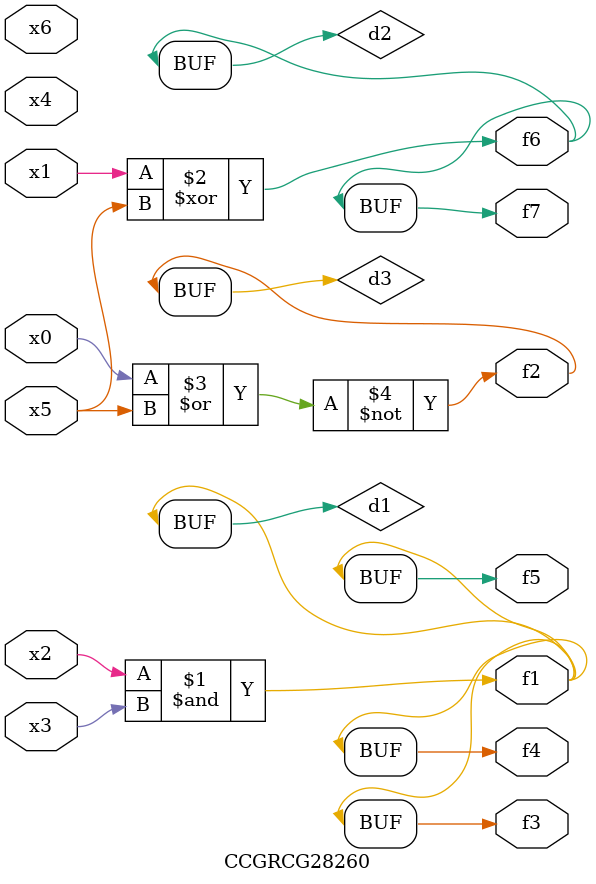
<source format=v>
module CCGRCG28260(
	input x0, x1, x2, x3, x4, x5, x6,
	output f1, f2, f3, f4, f5, f6, f7
);

	wire d1, d2, d3;

	and (d1, x2, x3);
	xor (d2, x1, x5);
	nor (d3, x0, x5);
	assign f1 = d1;
	assign f2 = d3;
	assign f3 = d1;
	assign f4 = d1;
	assign f5 = d1;
	assign f6 = d2;
	assign f7 = d2;
endmodule

</source>
